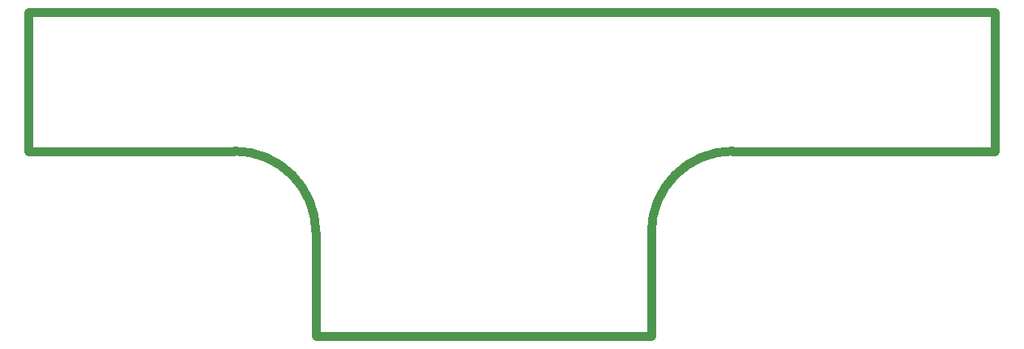
<source format=gbr>
%FSLAX34Y34*%
%MOMM*%
%LNOUTLINE*%
G71*
G01*
%ADD10C, 0.900*%
%LPD*%
G54D10*
X1017985Y-8732D02*
X8335Y-8732D01*
G54D10*
X1018382Y-153988D02*
X744141Y-153919D01*
G54D10*
X1018382Y-8731D02*
X1018382Y-153988D01*
G54D10*
G75*
G01X744141Y-153919D02*
G03X659141Y-238919I0J-85000D01*
G01*
G54D10*
X659210Y-238919D02*
X659210Y-347663D01*
G54D10*
X659210Y-347663D02*
X308441Y-347663D01*
G54D10*
G75*
G01X308441Y-238919D02*
G03X223441Y-153919I-85000J0D01*
G01*
G54D10*
X308441Y-238919D02*
X308441Y-347663D01*
G54D10*
X8335Y-8732D02*
X8335Y-153988D01*
G54D10*
X8335Y-153988D02*
X223372Y-153988D01*
X223441Y-153919D01*
M02*

</source>
